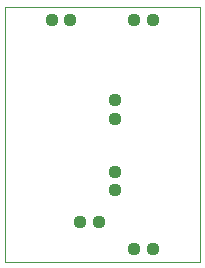
<source format=gbs>
G75*
%MOIN*%
%OFA0B0*%
%FSLAX24Y24*%
%IPPOS*%
%LPD*%
%AMOC8*
5,1,8,0,0,1.08239X$1,22.5*
%
%ADD10C,0.0000*%
%ADD11C,0.0437*%
D10*
X001267Y002517D02*
X001267Y011017D01*
X007767Y011017D01*
X007767Y002517D01*
X001267Y002517D01*
D11*
X003767Y003829D03*
X004392Y003829D03*
X004954Y004892D03*
X004954Y005517D03*
X004954Y007267D03*
X004954Y007892D03*
X005579Y010579D03*
X006204Y010579D03*
X003454Y010579D03*
X002829Y010579D03*
X005579Y002954D03*
X006204Y002954D03*
M02*

</source>
